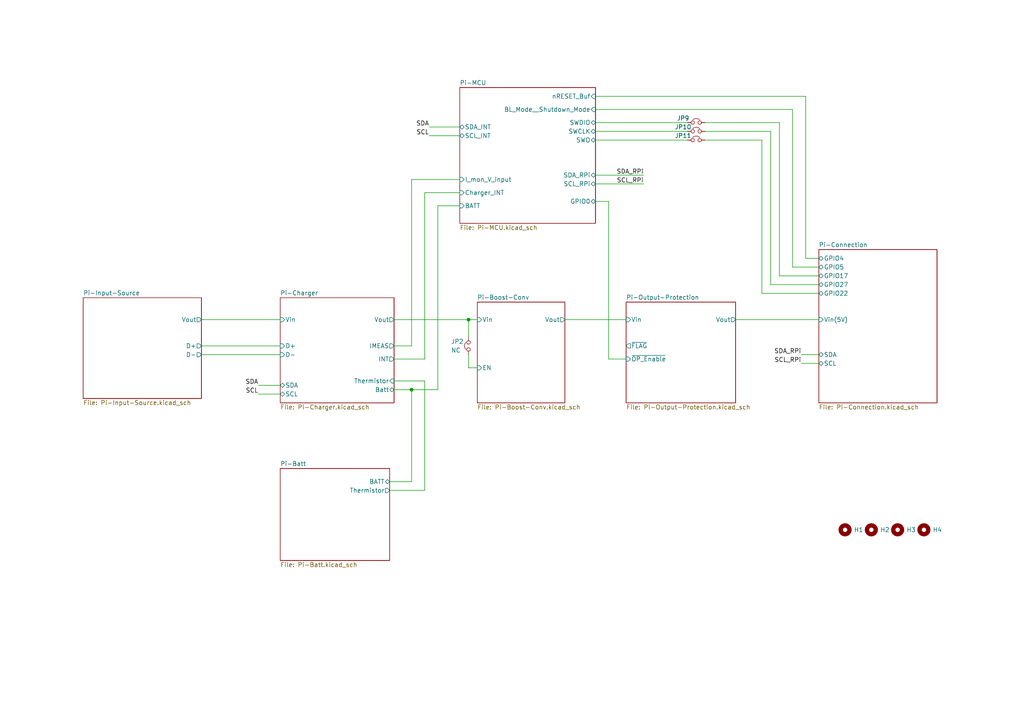
<source format=kicad_sch>
(kicad_sch (version 20210126) (generator eeschema)
  (paper "A4")
  (title_block (title "SuperPower-Leto") (date "2021-01-28") (rev "0.1") (company "SuperPower Team") (comment 1 "Drawn By: Seth Kazarians"))
  (lib_symbols
    (symbol "Device:Jumper_NC_Small" (pin_numbers hide) (pin_names (offset 0.762) hide)
      (property "Reference" "JP" (at 0 2.032 0))
      (property "Value" "Device_Jumper_NC_Small" (at 0.254 -1.524 0))
      (symbol "Jumper_NC_Small_0_1"
        (arc (start 1.016 0.762) (end -1.016 0.762) (radius (at 0 -0.254) (length 1.4478) (angles 45 135)))
        (circle (center -1.016 0) (radius 0.508))
        (circle (center 1.016 0) (radius 0.508))
        (pin passive line (at -2.54 0 0) (length 1.016) (name "1") (number "1"))
        (pin passive line (at 2.54 0 180) (length 1.016) (name "2") (number "2"))
      )
    )
    (symbol "Mechanical:MountingHole" (pin_names (offset 1.016))
      (property "Reference" "H" (at 0 5.08 0))
      (property "Value" "MountingHole" (at 0 3.175 0))
      (symbol "MountingHole_0_1"
        (circle (center 0 0) (radius 1.27) (stroke (width 1.27)))
      )
    )
  )
  (junction (at 119.38 113.03) (diameter 0.9144))
  (junction (at 135.89 92.71) (diameter 0.9144))
  (wire (pts (xy 58.42 92.71) (xy 81.28 92.71)))
  (wire (pts (xy 58.42 100.33) (xy 81.28 100.33)))
  (wire (pts (xy 81.28 102.87) (xy 58.42 102.87)))
  (wire (pts (xy 81.28 111.76) (xy 74.93 111.76)))
  (wire (pts (xy 81.28 114.3) (xy 74.93 114.3)))
  (wire (pts (xy 113.03 139.7) (xy 119.38 139.7)))
  (wire (pts (xy 113.03 142.24) (xy 123.19 142.24)))
  (wire (pts (xy 114.3 92.71) (xy 135.89 92.71)))
  (wire (pts (xy 114.3 104.14) (xy 123.19 104.14)))
  (wire (pts (xy 119.38 52.07) (xy 119.38 100.33)))
  (wire (pts (xy 119.38 100.33) (xy 114.3 100.33)))
  (wire (pts (xy 119.38 113.03) (xy 114.3 113.03)))
  (wire (pts (xy 119.38 139.7) (xy 119.38 113.03)))
  (wire (pts (xy 123.19 55.88) (xy 133.35 55.88)))
  (wire (pts (xy 123.19 104.14) (xy 123.19 55.88)))
  (wire (pts (xy 123.19 110.49) (xy 114.3 110.49)))
  (wire (pts (xy 123.19 142.24) (xy 123.19 110.49)))
  (wire (pts (xy 127 59.69) (xy 127 113.03)))
  (wire (pts (xy 127 113.03) (xy 119.38 113.03)))
  (wire (pts (xy 133.35 36.83) (xy 124.46 36.83)))
  (wire (pts (xy 133.35 39.37) (xy 124.46 39.37)))
  (wire (pts (xy 133.35 52.07) (xy 119.38 52.07)))
  (wire (pts (xy 133.35 59.69) (xy 127 59.69)))
  (wire (pts (xy 135.89 92.71) (xy 138.43 92.71)))
  (wire (pts (xy 135.89 97.79) (xy 135.89 92.71)))
  (wire (pts (xy 135.89 106.68) (xy 135.89 102.87)))
  (wire (pts (xy 138.43 106.68) (xy 135.89 106.68)))
  (wire (pts (xy 163.83 92.71) (xy 181.61 92.71)))
  (wire (pts (xy 172.72 27.94) (xy 233.68 27.94)))
  (wire (pts (xy 172.72 35.56) (xy 199.39 35.56)))
  (wire (pts (xy 172.72 38.1) (xy 199.39 38.1)))
  (wire (pts (xy 172.72 40.64) (xy 199.39 40.64)))
  (wire (pts (xy 172.72 53.34) (xy 186.69 53.34)))
  (wire (pts (xy 172.72 58.42) (xy 176.53 58.42)))
  (wire (pts (xy 176.53 58.42) (xy 176.53 104.14)))
  (wire (pts (xy 176.53 104.14) (xy 181.61 104.14)))
  (wire (pts (xy 186.69 50.8) (xy 172.72 50.8)))
  (wire (pts (xy 204.47 35.56) (xy 226.06 35.56)))
  (wire (pts (xy 204.47 38.1) (xy 223.52 38.1)))
  (wire (pts (xy 204.47 40.64) (xy 220.98 40.64)))
  (wire (pts (xy 213.36 92.71) (xy 237.49 92.71)))
  (wire (pts (xy 220.98 40.64) (xy 220.98 85.09)))
  (wire (pts (xy 220.98 85.09) (xy 237.49 85.09)))
  (wire (pts (xy 223.52 38.1) (xy 223.52 82.55)))
  (wire (pts (xy 223.52 82.55) (xy 237.49 82.55)))
  (wire (pts (xy 226.06 35.56) (xy 226.06 80.01)))
  (wire (pts (xy 226.06 80.01) (xy 237.49 80.01)))
  (wire (pts (xy 229.87 31.75) (xy 172.72 31.75)))
  (wire (pts (xy 229.87 77.47) (xy 229.87 31.75)))
  (wire (pts (xy 232.41 105.41) (xy 237.49 105.41)))
  (wire (pts (xy 233.68 27.94) (xy 233.68 74.93)))
  (wire (pts (xy 233.68 74.93) (xy 237.49 74.93)))
  (wire (pts (xy 237.49 77.47) (xy 229.87 77.47)))
  (wire (pts (xy 237.49 102.87) (xy 232.41 102.87)))
  (label "SDA" (at 74.93 111.76 180))
  (label "SCL" (at 74.93 114.3 180))
  (label "SDA" (at 124.46 36.83 180))
  (label "SCL" (at 124.46 39.37 180))
  (label "SDA_RPi" (at 186.69 50.8 180))
  (label "SCL_RPi" (at 186.69 53.34 180))
  (label "SDA_RPi" (at 232.41 102.87 180))
  (label "SCL_RPi" (at 232.41 105.41 180))
  (symbol (lib_id "Device:Jumper_NC_Small") (at 135.89 100.33 90)
    (property "Reference" "JP2" (at 130.81 99.06 90) (effects (justify right)))
    (property "Value" "NC" (at 130.81 101.6 90) (effects (justify right)))
    (property "Footprint" "Jumper:SolderJumper-2_P1.3mm_Bridged_Pad1.0x1.5mm" (effects hide))
    (property "Mfg" "DNP" (effects hide))
  )
  (symbol (lib_id "Device:Jumper_NC_Small") (at 201.93 35.56 0) (unit 1)
    (property "Reference" "JP9" (at 198.12 34.29 0))
    (property "Value" "Jumper_NC_Small" (effects hide))
    (property "Footprint" "Jumper:SolderJumper-2_P1.3mm_Bridged_Pad1.0x1.5mm" (effects hide))
    (property "Mfg" "DNP" (effects hide))
  )
  (symbol (lib_id "Device:Jumper_NC_Small") (at 201.93 38.1 0) (unit 1)
    (property "Reference" "JP10" (at 198.12 36.83 0))
    (property "Value" "Jumper_NC_Small" (effects hide))
    (property "Footprint" "Jumper:SolderJumper-2_P1.3mm_Bridged_Pad1.0x1.5mm" (effects hide))
    (property "Mfg" "DNP" (effects hide))
  )
  (symbol (lib_id "Device:Jumper_NC_Small") (at 201.93 40.64 0) (unit 1)
    (property "Reference" "JP11" (at 198.12 39.37 0))
    (property "Value" "Jumper_NC_Small" (effects hide))
    (property "Footprint" "Jumper:SolderJumper-2_P1.3mm_Bridged_Pad1.0x1.5mm" (effects hide))
    (property "Mfg" "DNP" (effects hide))
  )
  (symbol (lib_id "Mechanical:MountingHole") (at 245.11 153.67 0) (unit 1)
    (property "Reference" "H1" (at 247.65 153.67 0) (effects (justify left)))
    (property "Value" "DNP" (effects hide))
    (property "Footprint" "MountingHole:MountingHole_2.7mm_M2.5_ISO14580_Pad_TopBottom" (effects hide))
    (property "Mfg" "DNP" (effects hide))
  )
  (symbol (lib_id "Mechanical:MountingHole") (at 252.73 153.67 0) (unit 1)
    (property "Reference" "H2" (at 255.27 153.67 0) (effects (justify left)))
    (property "Value" "DNP" (effects hide))
    (property "Footprint" "MountingHole:MountingHole_2.7mm_M2.5_ISO14580_Pad_TopBottom" (effects hide))
    (property "Mfg" "DNP" (effects hide))
  )
  (symbol (lib_id "Mechanical:MountingHole") (at 260.35 153.67 0) (unit 1)
    (property "Reference" "H3" (at 262.89 153.67 0) (effects (justify left)))
    (property "Value" "DNP" (effects hide))
    (property "Footprint" "MountingHole:MountingHole_2.7mm_M2.5_ISO14580_Pad_TopBottom" (effects hide))
    (property "Mfg" "DNP" (effects hide))
  )
  (symbol (lib_id "Mechanical:MountingHole") (at 267.97 153.67 0) (unit 1)
    (property "Reference" "H4" (at 270.51 153.67 0) (effects (justify left)))
    (property "Value" "DNP" (effects hide))
    (property "Footprint" "MountingHole:MountingHole_2.7mm_M2.5_ISO14580_Pad_TopBottom" (effects hide))
    (property "Mfg" "DNP" (effects hide))
  )
  (sheet (at 81.28 135.89) (size 31.75 26.67)
    (property "Sheet name" "Pi-Batt" (at 81.28 135.2545 0) (effects (justify left bottom)))
    (property "Sheet file" "Pi-Batt.kicad_sch" (at 81.28 163.0685 0) (effects (justify left top)))
    (pin "BATT" bidirectional (at 113.03 139.7 0))
    (pin "Thermistor" output (at 113.03 142.24 0))
  )
  (sheet (at 138.43 87.63) (size 25.4 29.21)
    (property "Sheet name" "Pi-Boost-Conv" (at 138.43 86.9945 0) (effects (justify left bottom)))
    (property "Sheet file" "Pi-Boost-Conv.kicad_sch" (at 138.43 117.3485 0) (effects (justify left top)))
    (pin "Vin" input (at 138.43 92.71 180))
    (pin "Vout" output (at 163.83 92.71 0))
    (pin "EN" input (at 138.43 106.68 180))
  )
  (sheet (at 81.28 86.36) (size 33.02 30.48)
    (property "Sheet name" "Pi-Charger" (at 81.28 85.7245 0) (effects (justify left bottom)))
    (property "Sheet file" "Pi-Charger.kicad_sch" (at 81.28 117.3485 0) (effects (justify left top)))
    (pin "Vin" input (at 81.28 92.71 180))
    (pin "Vout" output (at 114.3 92.71 0))
    (pin "Batt" bidirectional (at 114.3 113.03 0))
    (pin "SDA" bidirectional (at 81.28 111.76 180))
    (pin "SCL" bidirectional (at 81.28 114.3 180))
    (pin "Thermistor" input (at 114.3 110.49 0))
    (pin "D+" input (at 81.28 100.33 180))
    (pin "D-" input (at 81.28 102.87 180))
    (pin "IMEAS" output (at 114.3 100.33 0))
    (pin "INT" output (at 114.3 104.14 0))
  )
  (sheet (at 237.49 72.39) (size 34.29 44.45)
    (property "Sheet name" "Pi-Connection" (at 237.49 71.7545 0) (effects (justify left bottom)))
    (property "Sheet file" "Pi-Connection.kicad_sch" (at 237.49 117.3485 0) (effects (justify left top)))
    (pin "Vin(5V)" input (at 237.49 92.71 180))
    (pin "SDA" bidirectional (at 237.49 102.87 180))
    (pin "SCL" bidirectional (at 237.49 105.41 180))
    (pin "GPIO4" bidirectional (at 237.49 74.93 180))
    (pin "GPIO5" bidirectional (at 237.49 77.47 180))
    (pin "GPIO17" bidirectional (at 237.49 80.01 180))
    (pin "GPIO27" bidirectional (at 237.49 82.55 180))
    (pin "GPIO22" bidirectional (at 237.49 85.09 180))
  )
  (sheet (at 24.13 86.36) (size 34.29 29.21)
    (property "Sheet name" "Pi-Input-Source" (at 24.13 85.7245 0) (effects (justify left bottom)))
    (property "Sheet file" "Pi-Input-Source.kicad_sch" (at 24.13 116.0785 0) (effects (justify left top)))
    (pin "Vout" output (at 58.42 92.71 0))
    (pin "D+" output (at 58.42 100.33 0))
    (pin "D-" output (at 58.42 102.87 0))
  )
  (sheet (at 133.35 25.4) (size 39.37 39.37)
    (property "Sheet name" "Pi-MCU" (at 133.35 24.7645 0) (effects (justify left bottom)))
    (property "Sheet file" "Pi-MCU.kicad_sch" (at 133.35 65.2785 0) (effects (justify left top)))
    (pin "SDA_INT" bidirectional (at 133.35 36.83 180))
    (pin "SCL_INT" bidirectional (at 133.35 39.37 180))
    (pin "GPIO0" bidirectional (at 172.72 58.42 0))
    (pin "nRESET_Buf" input (at 172.72 27.94 0))
    (pin "I_mon_V_input" input (at 133.35 52.07 180))
    (pin "BL_Mode__Shutdown_Mode" input (at 172.72 31.75 0))
    (pin "Charger_INT" input (at 133.35 55.88 180))
    (pin "BATT" input (at 133.35 59.69 180))
    (pin "SDA_RPi" bidirectional (at 172.72 50.8 0))
    (pin "SCL_RPi" bidirectional (at 172.72 53.34 0))
    (pin "SWDIO" bidirectional (at 172.72 35.56 0))
    (pin "SWCLK" bidirectional (at 172.72 38.1 0))
    (pin "SWO" bidirectional (at 172.72 40.64 0))
  )
  (sheet (at 181.61 87.63) (size 31.75 29.21)
    (property "Sheet name" "Pi-Output-Protection" (at 181.61 86.9945 0) (effects (justify left bottom)))
    (property "Sheet file" "Pi-Output-Protection.kicad_sch" (at 181.61 117.3485 0) (effects (justify left top)))
    (pin "Vin" input (at 181.61 92.71 180))
    (pin "Vout" output (at 213.36 92.71 0))
    (pin "~OP_Enable" input (at 181.61 104.14 180))
    (pin "~FLAG" output (at 181.61 100.33 180))
  )
)
</source>
